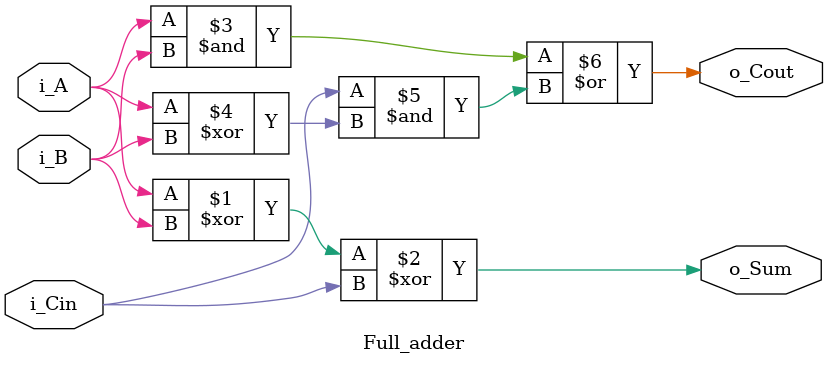
<source format=v>
/*
    --- Full Adder --- 
    Author  : Toddler. 
    Email   : 23011211185@stu.xidian.edu.cn
    Encoder : UTF-8
*/

`include "E:/Desktop/Zynq_Spikformer/Zynq_Spikformer.srcs/sources_1/hyper_para.v"
module Full_adder (
    input                       i_A         ,
    input                       i_B         ,
    input                       i_Cin       ,

    output                      o_Sum       ,
    output                      o_Cout    
);

assign o_Sum  = i_A ^ i_B ^ i_Cin;
assign o_Cout = (i_A & i_B) | (i_Cin & (i_A ^ i_B));

endmodule // Full_adder



</source>
